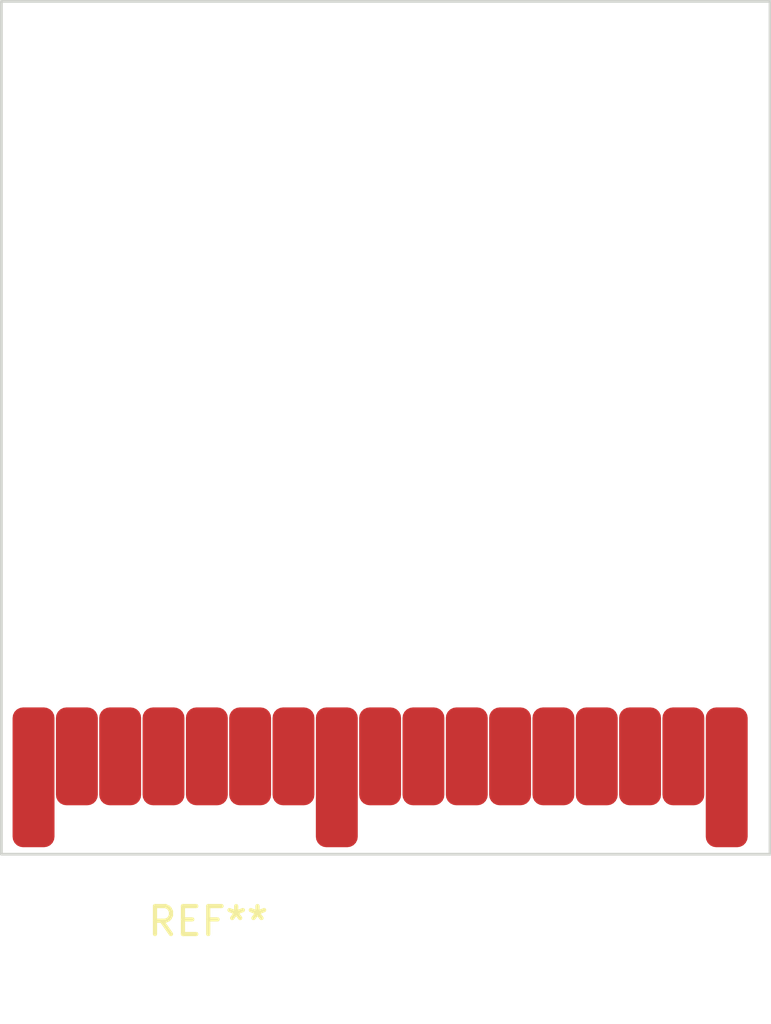
<source format=kicad_pcb>
(kicad_pcb (version 20211014) (generator pcbnew)
  (layers (0 "F.Cu" signal) (31 "B.Cu" signal) (34 "B.Paste" user) (35 "F.Paste" user) (36 "B.SilkS" user "B.Silkscreen") (37 "F.SilkS" user "F.Silkscreen") (38 "B.Mask" user) (39 "F.Mask" user) (44 "Edge.Cuts" user))
  (net 0 "")
  (footprint "NTRCardContacts:NTRCardContacts" (layer "F.Cu") (at 167.4 112.75)
    (fp_text reference "REF**" (at 0 -0.35 unlocked) (layer "F.SilkS"))
    (fp_text value "NTRCardContacts")
    (pad "1" smd roundrect (at -6.25 -5.5) (size 1.5 5) (layers "F.Cu" "F.Paste" "F.Mask"))
    (pad "2" smd roundrect (at -4.7 -6.25) (size 1.5 3.5) (layers "F.Cu" "F.Paste" "F.Mask"))
    (pad "3" smd roundrect (at -3.15 -6.25) (size 1.5 3.5) (layers "F.Cu" "F.Paste" "F.Mask"))
    (pad "4" smd roundrect (at -1.6 -6.25) (size 1.5 3.5) (layers "F.Cu" "F.Paste" "F.Mask"))
    (pad "5" smd roundrect (at -0.05 -6.25) (size 1.5 3.5) (layers "F.Cu" "F.Paste" "F.Mask"))
    (pad "6" smd roundrect (at 1.5 -6.25) (size 1.5 3.5) (layers "F.Cu" "F.Paste" "F.Mask"))
    (pad "7" smd roundrect (at 3.05 -6.25) (size 1.5 3.5) (layers "F.Cu" "F.Paste" "F.Mask"))
    (pad "8" smd roundrect (at 4.6 -5.5) (size 1.5 5) (layers "F.Cu" "F.Paste" "F.Mask"))
    (pad "9" smd roundrect (at 6.15 -6.25) (size 1.5 3.5) (layers "F.Cu" "F.Paste" "F.Mask"))
    (pad "10" smd roundrect (at 7.7 -6.25) (size 1.5 3.5) (layers "F.Cu" "F.Paste" "F.Mask"))
    (pad "11" smd roundrect (at 9.25 -6.25) (size 1.5 3.5) (layers "F.Cu" "F.Paste" "F.Mask"))
    (pad "12" smd roundrect (at 10.8 -6.25) (size 1.5 3.5) (layers "F.Cu" "F.Paste" "F.Mask"))
    (pad "13" smd roundrect (at 12.35 -6.25) (size 1.5 3.5) (layers "F.Cu" "F.Paste" "F.Mask"))
    (pad "14" smd roundrect (at 13.9 -6.25) (size 1.5 3.5) (layers "F.Cu" "F.Paste" "F.Mask"))
    (pad "15" smd roundrect (at 15.45 -6.25) (size 1.5 3.5) (layers "F.Cu" "F.Paste" "F.Mask"))
    (pad "16" smd roundrect (at 17 -6.25) (size 1.5 3.5) (layers "F.Cu" "F.Paste" "F.Mask"))
    (pad "17" smd roundrect (at 18.55 -5.5) (size 1.5 5) (layers "F.Cu" "F.Paste" "F.Mask"))
  )
  (gr_rect locked (start 160 79.5) (end 187.5 110) (layer "Edge.Cuts") (width 0.1) (fill none))
)
</source>
